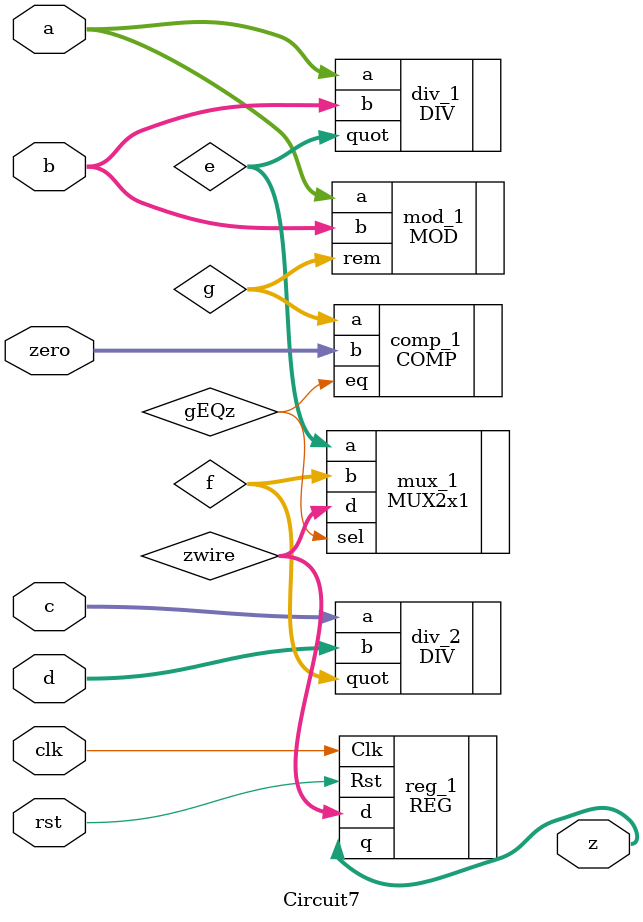
<source format=v>
`timescale 1ns / 1ps


module Circuit7(clk, rst, a, b, c, d, zero, z);
    input clk, rst;
    input [63:0] a, b, c, d, zero;
    output [63:0] z;
    
    wire [63:0] e, f, g, zwire;
    wire gEQz;
    
    DIV #(64) div_1 (
        .a(a),
        .b(b),
        .quot(e)
    );
    
    DIV #(64) div_2 (
        .a(c),
        .b(d),
        .quot(f)
    );
    
    MOD #(64) mod_1 (
        .a(a),
        .b(b),
        .rem(g)
    );
    
    COMP #(64) comp_1 (
        .a(g),
        .b(zero),
        .eq(gEQz)
    );
    
    MUX2x1 #(64) mux_1 (
        .a(e),
        .b(f),
        .sel(gEQz),
        .d(zwire)
    );
    
    REG #(64) reg_1 (
        .d(zwire),
        .Clk(clk),
        .Rst(rst),
        .q(z)
    );

endmodule

</source>
